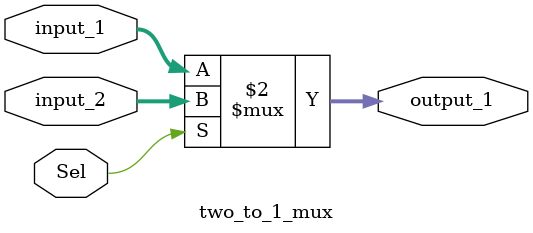
<source format=v>
`timescale 1ns/1ns

module two_to_1_mux #(parameter DWIDTH = 64) (Sel, input_1, input_2, output_1);

    input Sel;
    input [DWIDTH-1:0] input_1;
    input [DWIDTH-1:0] input_2;
    output[DWIDTH-1:0] output_1;

    assign output_1 = ~Sel ? input_1 : input_2;
endmodule
</source>
